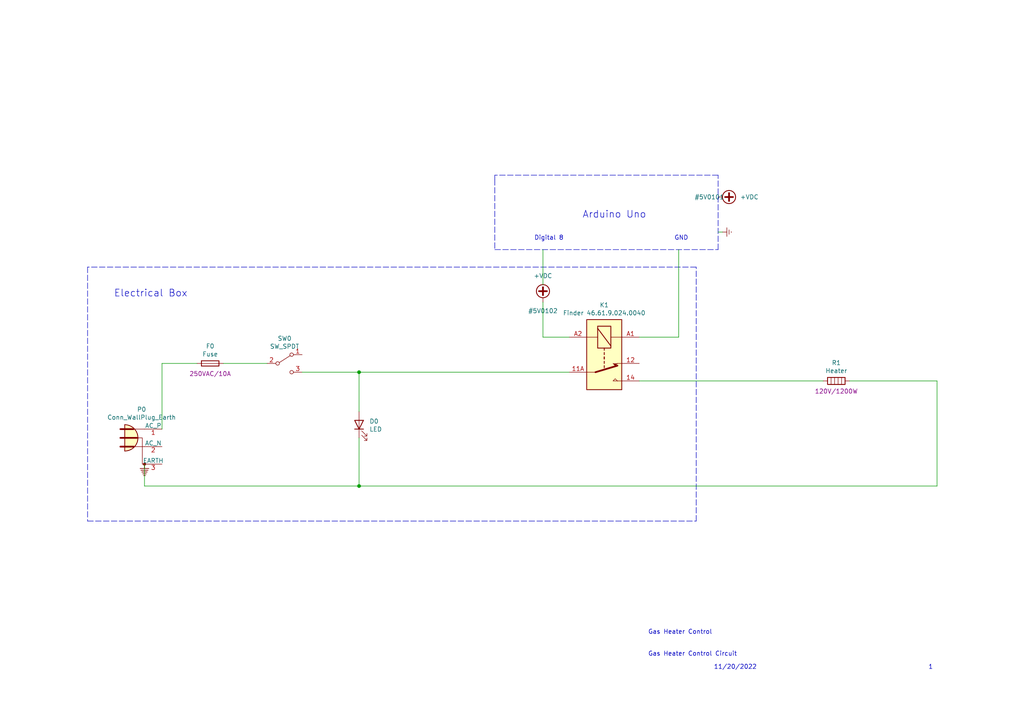
<source format=kicad_sch>
(kicad_sch (version 20211123) (generator eeschema)
  (paper "A4")
  (lib_symbols
    (symbol "Connector:Conn_WallPlug_Earth" (pin_names (offset 0))
      (property "Reference" "P" (at 0 3.81 0))
      (property "Value" "Conn_WallPlug_Earth" (at -5.08 0 90))
      (symbol "Conn_WallPlug_Earth_0_1"
        (arc (start -3.175 -3.81) (mid 0.635 0) (end -3.175 3.81) (stroke (width 0.254)) (fill (type background)))
        (polyline (pts (xy -4.445 -2.54) (xy -0.635 -2.54)) (stroke (width 0.508)))
        (polyline (pts (xy -4.445 0) (xy 0.508 0)) (stroke (width 0.508)))
        (polyline (pts (xy -4.445 2.54) (xy -0.635 2.54)) (stroke (width 0.508)))
        (polyline (pts (xy -3.175 -3.81) (xy -3.175 3.81)) (stroke (width 0.254)))
        (polyline (pts (xy -0.635 -2.54) (xy 2.54 -2.54)))
        (polyline (pts (xy -0.635 2.54) (xy 2.54 2.54)))
        (polyline (pts (xy 1.524 -9.398) (xy 3.556 -9.398)) (stroke (width 0.2032)))
        (polyline (pts (xy 1.778 -9.906) (xy 3.302 -9.906)) (stroke (width 0.2032)))
        (polyline (pts (xy 2.032 -10.414) (xy 3.048 -10.414)) (stroke (width 0.2032)))
        (polyline (pts (xy 2.286 -10.922) (xy 2.794 -10.922)) (stroke (width 0.2032)))
        (polyline (pts (xy 2.54 -7.62) (xy 2.54 -8.89)) (stroke (width 0.2032)))
        (polyline (pts (xy 3.81 -8.89) (xy 1.27 -8.89)) (stroke (width 0.2032)))
        (polyline (pts (xy 2.54 -7.62) (xy 1.905 -7.62) (xy 1.905 0) (xy -4.445 0)))
        (circle (center 2.54 -7.62) (radius 0.3556) (fill (type outline)))
      )
      (symbol "Conn_WallPlug_Earth_1_1"
        (pin power_out line (at 7.62 2.54 180) (length 5.08) (name "AC_P") (number "1"))
        (pin power_out line (at 7.62 -2.54 180) (length 5.08) (name "AC_N") (number "2"))
        (pin passive line (at 7.62 -7.62 180) (length 5.08) (name "EARTH") (number "3"))
      )
    )
    (symbol "Device:Fuse" (pin_numbers hide) (pin_names (offset 0))
      (property "Reference" "F" (at 2.032 0 90))
      (property "Value" "Fuse" (at -1.905 0 90))
      (symbol "Fuse_0_1"
        (rectangle (start -0.762 -2.54) (end 0.762 2.54) (stroke (width 0.254)))
        (polyline (pts (xy 0 2.54) (xy 0 -2.54)))
      )
      (symbol "Fuse_1_1"
        (pin passive line (at 0 3.81 270) (length 1.27) (name "~") (number "1"))
        (pin passive line (at 0 -3.81 90) (length 1.27) (name "~") (number "2"))
      )
    )
    (symbol "Device:Heater" (pin_numbers hide) (pin_names (offset 0))
      (property "Reference" "R" (at 2.032 0 90))
      (property "Value" "Heater" (at -2.032 0 90))
      (symbol "Heater_0_1"
        (rectangle (start -1.016 -2.54) (end 1.016 2.54) (stroke (width 0.254)))
        (polyline (pts (xy -1.016 1.524) (xy 1.016 1.524)))
        (polyline (pts (xy 1.016 -1.524) (xy -1.016 -1.524)))
        (polyline (pts (xy 1.016 -0.508) (xy -1.016 -0.508)))
        (polyline (pts (xy 1.016 0.508) (xy -1.016 0.508)))
      )
      (symbol "Heater_1_1"
        (pin passive line (at 0 3.81 270) (length 1.27) (name "~") (number "1"))
        (pin passive line (at 0 -3.81 90) (length 1.27) (name "~") (number "2"))
      )
    )
    (symbol "Device:LED" (pin_numbers hide) (pin_names (offset 1.016) hide)
      (property "Reference" "D" (at 0 2.54 0))
      (property "Value" "LED" (at 0 -2.54 0))
      (symbol "LED_0_1"
        (polyline (pts (xy -1.27 -1.27) (xy -1.27 1.27)) (stroke (width 0.254)))
        (polyline (pts (xy -1.27 0) (xy 1.27 0)))
        (polyline (pts (xy 1.27 -1.27) (xy 1.27 1.27) (xy -1.27 0) (xy 1.27 -1.27)) (stroke (width 0.254)))
        (polyline (pts (xy -3.048 -0.762) (xy -4.572 -2.286) (xy -3.81 -2.286) (xy -4.572 -2.286) (xy -4.572 -1.524)))
        (polyline (pts (xy -1.778 -0.762) (xy -3.302 -2.286) (xy -2.54 -2.286) (xy -3.302 -2.286) (xy -3.302 -1.524)))
      )
      (symbol "LED_1_1"
        (pin passive line (at -3.81 0 0) (length 2.54) (name "K") (number "1"))
        (pin passive line (at 3.81 0 180) (length 2.54) (name "A") (number "2"))
      )
    )
    (symbol "Relay:RAYEX-L90"
      (property "Reference" "K" (at 11.43 3.81 0))
      (property "Value" "RAYEX-L90" (at 11.43 1.27 0))
      (symbol "RAYEX-L90_1_0"
        (polyline (pts (xy 2.54 3.81) (xy 2.54 5.08)))
        (polyline (pts (xy 7.62 3.81) (xy 7.62 5.08)))
        (polyline (pts (xy 7.62 3.81) (xy 7.62 2.54) (xy 6.985 3.175) (xy 7.62 3.81)))
      )
      (symbol "RAYEX-L90_1_1"
        (rectangle (start -10.16 5.08) (end 10.16 -5.08) (stroke (width 0.254)) (fill (type background)))
        (rectangle (start -8.255 1.905) (end -1.905 -1.905) (stroke (width 0.254)))
        (polyline (pts (xy -7.62 -1.905) (xy -2.54 1.905)) (stroke (width 0.254)))
        (polyline (pts (xy -5.08 -5.08) (xy -5.08 -1.905)))
        (polyline (pts (xy -5.08 5.08) (xy -5.08 1.905)))
        (polyline (pts (xy -1.905 0) (xy -1.27 0)) (stroke (width 0.254)))
        (polyline (pts (xy -0.635 0) (xy 0 0)) (stroke (width 0.254)))
        (polyline (pts (xy 0.635 0) (xy 1.27 0)) (stroke (width 0.254)))
        (polyline (pts (xy 0.635 0) (xy 1.27 0)) (stroke (width 0.254)))
        (polyline (pts (xy 1.905 0) (xy 2.54 0)) (stroke (width 0.254)))
        (polyline (pts (xy 3.175 0) (xy 3.81 0)) (stroke (width 0.254)))
        (polyline (pts (xy 5.08 -2.54) (xy 3.175 3.81)) (stroke (width 0.508)))
        (polyline (pts (xy 5.08 -2.54) (xy 5.08 -5.08)))
        (polyline (pts (xy 2.54 2.54) (xy 3.175 3.175) (xy 2.54 3.81)) (fill (type outline)))
        (pin passive line (at 5.08 -10.16 90) (length 5.08) (name "~") (number "11A"))
        (pin passive line (at 5.08 -10.16 90) (length 5.08) hide (name "~") (number "11B"))
        (pin passive line (at 2.54 10.16 270) (length 5.08) (name "~") (number "12"))
        (pin passive line (at 7.62 10.16 270) (length 5.08) (name "~") (number "14"))
        (pin passive line (at -5.08 10.16 270) (length 5.08) (name "~") (number "A1"))
        (pin passive line (at -5.08 -10.16 90) (length 5.08) (name "~") (number "A2"))
      )
    )
    (symbol "Switch:SW_SPDT" (pin_names (offset 0) hide)
      (property "Reference" "SW" (at 0 4.318 0))
      (property "Value" "SW_SPDT" (at 0 -5.08 0))
      (symbol "SW_SPDT_0_0"
        (circle (center -2.032 0) (radius 0.508))
        (circle (center 2.032 -2.54) (radius 0.508))
      )
      (symbol "SW_SPDT_0_1"
        (polyline (pts (xy -1.524 0.254) (xy 1.651 2.286)))
        (circle (center 2.032 2.54) (radius 0.508))
      )
      (symbol "SW_SPDT_1_1"
        (pin passive line (at 5.08 2.54 180) (length 2.54) (name "A") (number "1"))
        (pin passive line (at -5.08 0 0) (length 2.54) (name "B") (number "2"))
        (pin passive line (at 5.08 -2.54 180) (length 2.54) (name "C") (number "3"))
      )
    )
    (symbol "power:+VDC" (power) (pin_names (offset 0))
      (property "Value" "+VDC" (at 0 6.35 0))
      (symbol "+VDC_0_1"
        (polyline (pts (xy -1.143 3.175) (xy 1.143 3.175)) (stroke (width 0.508)))
        (polyline (pts (xy 0 0) (xy 0 1.27)))
        (polyline (pts (xy 0 2.032) (xy 0 4.318)) (stroke (width 0.508)))
        (circle (center 0 3.175) (radius 1.905) (stroke (width 0.254)))
      )
      (symbol "+VDC_1_1"
        (pin power_in line (at 0 0 90) (length 0) hide (name "+VDC") (number "1"))
      )
    )
    (symbol "power:Earth" (power) (pin_names (offset 0))
      (symbol "Earth_0_1"
        (polyline (pts (xy -0.635 -1.905) (xy 0.635 -1.905)))
        (polyline (pts (xy -0.127 -2.54) (xy 0.127 -2.54)))
        (polyline (pts (xy 0 -1.27) (xy 0 0)))
        (polyline (pts (xy 1.27 -1.27) (xy -1.27 -1.27)))
      )
      (symbol "Earth_1_1"
        (pin power_in line (at 0 0 270) (length 0) hide (name "Earth") (number "1"))
      )
    )
  )
  (junction (at 104.14 140.97))
  (junction (at 104.14 107.95))
  (polyline (pts (xy 143.51 50.8) (xy 143.51 52.07)))
  (wire (pts (xy 41.91 140.97) (xy 104.14 140.97)))
  (wire (pts (xy 104.14 107.95) (xy 104.14 119.38)))
  (wire (pts (xy 46.99 105.41) (xy 46.99 124.46)))
  (wire (pts (xy 104.14 107.95) (xy 165.1 107.95)))
  (wire (pts (xy 157.48 97.79) (xy 165.1 97.79)))
  (wire (pts (xy 246.38 110.49) (xy 271.78 110.49)))
  (polyline (pts (xy 143.51 72.39) (xy 208.28 72.39)))
  (polyline (pts (xy 208.28 72.39) (xy 208.28 50.8)))
  (wire (pts (xy 157.48 72.39) (xy 157.48 82.55)))
  (polyline (pts (xy 201.93 77.47) (xy 25.4 77.47)))
  (wire (pts (xy 64.77 105.41) (xy 77.47 105.41)))
  (wire (pts (xy 41.91 134.62) (xy 41.91 140.97)))
  (polyline (pts (xy 208.28 50.8) (xy 143.51 50.8)))
  (wire (pts (xy 104.14 140.97) (xy 271.78 140.97)))
  (wire (pts (xy 157.48 87.63) (xy 157.48 97.79)))
  (wire (pts (xy 104.14 127) (xy 104.14 140.97)))
  (wire (pts (xy 271.78 140.97) (xy 271.78 110.49)))
  (polyline (pts (xy 143.51 52.07) (xy 143.51 72.39)))
  (wire (pts (xy 196.85 72.39) (xy 196.85 97.79)))
  (wire (pts (xy 46.99 105.41) (xy 57.15 105.41)))
  (polyline (pts (xy 25.4 77.47) (xy 25.4 151.13)))
  (wire (pts (xy 208.28 67.31) (xy 209.55 67.31)))
  (wire (pts (xy 87.63 107.95) (xy 104.14 107.95)))
  (wire (pts (xy 185.42 97.79) (xy 196.85 97.79)))
  (polyline (pts (xy 201.93 151.13) (xy 201.93 77.47)))
  (wire (pts (xy 185.42 110.49) (xy 238.76 110.49)))
  (polyline (pts (xy 25.4 151.13) (xy 201.93 151.13)))
  (text "1" (at 269.24 194.31 0) (effects (font (size 1.27 1.27)) (justify left bottom)))
  (text "Gas Heater Control Circuit" (at 187.96 190.5 0) (effects (font (size 1.27 1.27)) (justify left bottom)))
  (text "Digital 8" (at 154.94 69.85 0) (effects (font (size 1.27 1.27)) (justify left bottom)))
  (text "Arduino Uno" (at 168.91 63.5 0) (effects (font (size 2 2)) (justify left bottom)))
  (text "GND" (at 195.58 69.85 0) (effects (font (size 1.27 1.27)) (justify left bottom)))
  (text "Electrical Box" (at 33.02 86.36 0) (effects (font (size 2.0066 2.0066)) (justify left bottom)))
  (text "11/20/2022" (at 207.01 194.31 0) (effects (font (size 1.27 1.27)) (justify left bottom)))
  (text "Gas Heater Control" (at 187.96 184.15 0) (effects (font (size 1.27 1.27)) (justify left bottom)))
  (symbol (lib_id "Device:Fuse") (at 60.96 105.41 270) (unit 1)
    (property "Reference" "F0" (at 60.96 100.4062 90))
    (property "Value" "Fuse" (at 60.96 102.7176 90))
    (property "Datasheet" "250VAC/10A" (at 60.96 108.4072 90))
    (property "Spice_Primitive" "I" (effects hide))
    (property "Spice_Model" "ac 250" (effects hide))
    (property "Spice_Netlist_Enabled" "Y" (effects hide))
  )
  (symbol (lib_id "Relay:RAYEX-L90") (at 175.26 102.87 270) (unit 1)
    (property "Reference" "K1" (at 175.26 88.4682 90))
    (property "Value" "Finder 46.61.9.024.0040" (at 175.26 90.7796 90))
    (property "Footprint" "Relay_THT:Relay_SPDT_RAYEX-L90" (effects hide))
    (property "Datasheet" "https://a3.sofastcdn.com/attachment/7jioKBjnRiiSrjrjknRiwS77gwbf3zmp/L90-SERIES.pdf" (effects hide))
  )
  (symbol (lib_id "Switch:SW_SPDT") (at 82.55 105.41 0) (unit 1)
    (property "Reference" "SW0" (at 82.55 98.171 0))
    (property "Value" "SW_SPDT" (at 82.55 100.4824 0))
  )
  (symbol (lib_id "Device:Heater") (at 242.57 110.49 270) (unit 1)
    (property "Reference" "R1" (at 242.57 105.2322 90))
    (property "Value" "Heater" (at 242.57 107.5436 90))
    (property "Datasheet" "120V/1200W" (at 242.57 113.4872 90))
  )
  (symbol (lib_id "Device:LED") (at 104.14 123.19 90) (unit 1)
    (property "Reference" "D0" (at 107.1372 122.1994 90) (effects (justify right)))
    (property "Value" "LED" (at 107.1372 124.5108 90) (effects (justify right)))
  )
  (symbol (lib_id "Connector:Conn_WallPlug_Earth") (at 39.37 127 0) (unit 1)
    (property "Reference" "P0" (at 41.0718 118.745 0))
    (property "Value" "Conn_WallPlug_Earth" (at 41.0718 121.0564 0))
  )
  (symbol (lib_id "power:Earth") (at 209.55 67.31 90) (unit 1)
    (property "Reference" "#PWR?" (effects hide))
    (property "Value" "Earth" (effects hide))
  )
  (symbol (lib_id "power:+VDC") (at 208.28 57.15 270) (unit 1)
    (property "Reference" "5V" (at 205.74 57.15 90))
    (property "Value" "+VDC" (at 214.63 57.1499 90) (effects (justify left)))
  )
  (symbol (lib_id "power:+VDC") (at 157.48 87.63 0) (unit 1)
    (property "Reference" "5V" (at 157.48 90.17 0))
    (property "Value" "+VDC" (at 157.48 80.01 0))
  )
)
</source>
